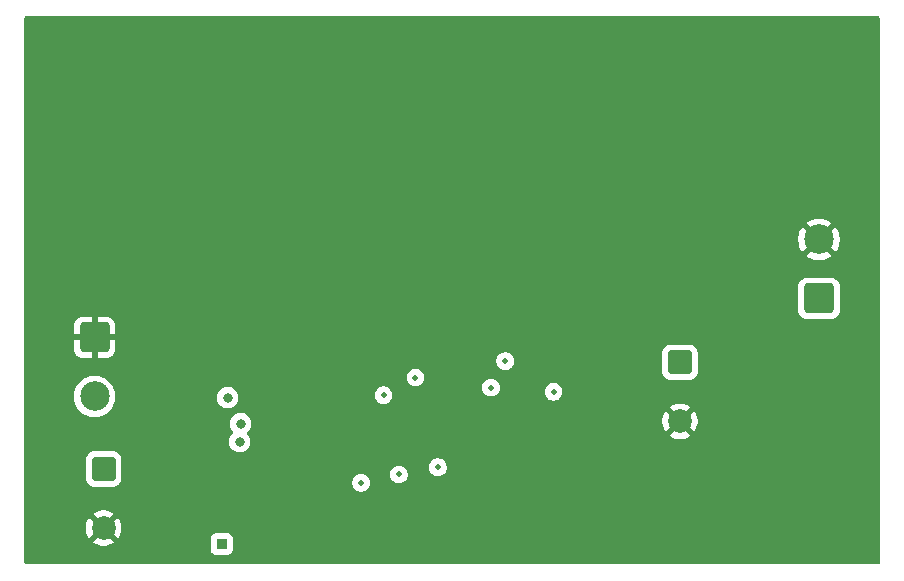
<source format=gbr>
%TF.GenerationSoftware,KiCad,Pcbnew,9.0.6*%
%TF.CreationDate,2026-02-11T18:38:51+01:00*%
%TF.ProjectId,Boost converter,426f6f73-7420-4636-9f6e-766572746572,B*%
%TF.SameCoordinates,Original*%
%TF.FileFunction,Copper,L3,Inr*%
%TF.FilePolarity,Positive*%
%FSLAX46Y46*%
G04 Gerber Fmt 4.6, Leading zero omitted, Abs format (unit mm)*
G04 Created by KiCad (PCBNEW 9.0.6) date 2026-02-11 18:38:51*
%MOMM*%
%LPD*%
G01*
G04 APERTURE LIST*
G04 Aperture macros list*
%AMRoundRect*
0 Rectangle with rounded corners*
0 $1 Rounding radius*
0 $2 $3 $4 $5 $6 $7 $8 $9 X,Y pos of 4 corners*
0 Add a 4 corners polygon primitive as box body*
4,1,4,$2,$3,$4,$5,$6,$7,$8,$9,$2,$3,0*
0 Add four circle primitives for the rounded corners*
1,1,$1+$1,$2,$3*
1,1,$1+$1,$4,$5*
1,1,$1+$1,$6,$7*
1,1,$1+$1,$8,$9*
0 Add four rect primitives between the rounded corners*
20,1,$1+$1,$2,$3,$4,$5,0*
20,1,$1+$1,$4,$5,$6,$7,0*
20,1,$1+$1,$6,$7,$8,$9,0*
20,1,$1+$1,$8,$9,$2,$3,0*%
G04 Aperture macros list end*
%TA.AperFunction,ComponentPad*%
%ADD10R,0.850000X0.850000*%
%TD*%
%TA.AperFunction,ComponentPad*%
%ADD11RoundRect,0.250000X1.000000X-1.000000X1.000000X1.000000X-1.000000X1.000000X-1.000000X-1.000000X0*%
%TD*%
%TA.AperFunction,ComponentPad*%
%ADD12C,2.500000*%
%TD*%
%TA.AperFunction,ComponentPad*%
%ADD13RoundRect,0.250000X-0.750000X0.750000X-0.750000X-0.750000X0.750000X-0.750000X0.750000X0.750000X0*%
%TD*%
%TA.AperFunction,ComponentPad*%
%ADD14C,2.000000*%
%TD*%
%TA.AperFunction,ComponentPad*%
%ADD15RoundRect,0.250000X-1.000000X1.000000X-1.000000X-1.000000X1.000000X-1.000000X1.000000X1.000000X0*%
%TD*%
%TA.AperFunction,ViaPad*%
%ADD16C,0.800000*%
%TD*%
%TA.AperFunction,ViaPad*%
%ADD17C,0.500000*%
%TD*%
G04 APERTURE END LIST*
D10*
%TO.N,Net-(J3-Pin_1)*%
%TO.C,J3*%
X157000000Y-155000000D03*
%TD*%
D11*
%TO.N,+36V*%
%TO.C,J2*%
X207567500Y-134200000D03*
D12*
%TO.N,GND*%
X207567500Y-129200000D03*
%TD*%
D13*
%TO.N,+36V*%
%TO.C,C10*%
X195800000Y-139600000D03*
D14*
%TO.N,GND*%
X195800000Y-144600000D03*
%TD*%
D13*
%TO.N,+18V*%
%TO.C,C12*%
X147000000Y-148632323D03*
D14*
%TO.N,GND*%
X147000000Y-153632323D03*
%TD*%
D15*
%TO.N,GND*%
%TO.C,J1*%
X146232500Y-137500000D03*
D12*
%TO.N,+18V*%
X146232500Y-142500000D03*
%TD*%
D16*
%TO.N,GND*%
X200000000Y-127000000D03*
X187500000Y-147500000D03*
X152500000Y-120000000D03*
X187500000Y-154500000D03*
X183000000Y-130000000D03*
X210000000Y-117500000D03*
X183000000Y-114000000D03*
X183000000Y-117000000D03*
X195500000Y-128000000D03*
X167500000Y-152500000D03*
X190000000Y-150000000D03*
X192500000Y-125000000D03*
X200000000Y-154500000D03*
X149000000Y-154500000D03*
X183000000Y-116000000D03*
X145000000Y-122500000D03*
X155500000Y-149000000D03*
X147500000Y-117500000D03*
X210000000Y-122500000D03*
X145000000Y-112500000D03*
X197800000Y-146400000D03*
X144500000Y-135000000D03*
X164500000Y-139000000D03*
X177500000Y-154500000D03*
X211000000Y-129500000D03*
X145000000Y-130000000D03*
X192500000Y-147500000D03*
X145000000Y-125000000D03*
X182500000Y-154500000D03*
X193800000Y-143600000D03*
X211000000Y-127500000D03*
X175000000Y-154500000D03*
X158500000Y-131500000D03*
X195000000Y-115000000D03*
X197500000Y-128000000D03*
X200500000Y-129000000D03*
X205000000Y-112500000D03*
X177500000Y-131500000D03*
X207500000Y-120000000D03*
X152500000Y-122500000D03*
X210000000Y-112500000D03*
X154500000Y-135500000D03*
X200000000Y-125000000D03*
X201500000Y-128000000D03*
X195500000Y-129000000D03*
X146500000Y-134000000D03*
X159500000Y-134500000D03*
X192500000Y-120000000D03*
X165000000Y-154500000D03*
X195000000Y-117500000D03*
X171000000Y-139000000D03*
X185000000Y-115000000D03*
X153500000Y-131000000D03*
X209500000Y-152500000D03*
X154500000Y-149000000D03*
X199500000Y-129000000D03*
X200000000Y-115000000D03*
X187500000Y-125000000D03*
X168000000Y-131500000D03*
X148500000Y-138000000D03*
X185000000Y-127000000D03*
X187500000Y-120000000D03*
X174750000Y-151750000D03*
X166500000Y-131500000D03*
X147500000Y-132500000D03*
X152500000Y-148000000D03*
X197800000Y-145400000D03*
X183000000Y-127000000D03*
X183000000Y-131000000D03*
X198800000Y-146400000D03*
X159500000Y-137500000D03*
X202500000Y-128000000D03*
X192800000Y-144600000D03*
X143500000Y-138500000D03*
X153500000Y-117000000D03*
X198800000Y-145400000D03*
X185000000Y-154500000D03*
X145500000Y-134000000D03*
X190000000Y-120000000D03*
X205000000Y-131000000D03*
X192500000Y-128000000D03*
X152500000Y-117500000D03*
X205000000Y-115000000D03*
X152500000Y-125000000D03*
X142500000Y-132500000D03*
X205000000Y-152500000D03*
X170000000Y-154500000D03*
X205000000Y-154500000D03*
X152500000Y-149000000D03*
X153500000Y-116000000D03*
X149000000Y-152500000D03*
X195000000Y-152500000D03*
X197500000Y-152500000D03*
X147500000Y-130000000D03*
X192500000Y-152500000D03*
X147500000Y-125000000D03*
X192800000Y-143600000D03*
X183000000Y-123000000D03*
X166500000Y-132500000D03*
X154500000Y-136500000D03*
X205000000Y-120000000D03*
X183000000Y-124000000D03*
X152500000Y-112500000D03*
X144500000Y-153500000D03*
X210000000Y-120000000D03*
X147500000Y-122500000D03*
X179000000Y-151000000D03*
X185000000Y-150000000D03*
X202500000Y-125000000D03*
X202500000Y-117500000D03*
X197500000Y-122500000D03*
X153500000Y-113000000D03*
X195000000Y-127000000D03*
X185000000Y-147500000D03*
X153500000Y-119000000D03*
X183000000Y-129000000D03*
X209500000Y-154500000D03*
X170000000Y-139000000D03*
X193800000Y-145600000D03*
X145500000Y-135000000D03*
X192500000Y-154500000D03*
X183000000Y-119000000D03*
X153500000Y-122000000D03*
X152500000Y-135500000D03*
X148500000Y-137000000D03*
X167800000Y-144200000D03*
X153500000Y-118000000D03*
X147500000Y-115000000D03*
X192500000Y-150000000D03*
X149000000Y-155500000D03*
X166500000Y-133500000D03*
X177500000Y-147250000D03*
X197500000Y-154500000D03*
X149500000Y-138000000D03*
X185000000Y-117500000D03*
X142500000Y-112500000D03*
X197500000Y-129000000D03*
X160000000Y-150500000D03*
X190000000Y-127000000D03*
X190000000Y-147500000D03*
X195000000Y-125000000D03*
X153500000Y-149000000D03*
X212000000Y-154500000D03*
X145000000Y-120000000D03*
X155000000Y-154500000D03*
X152500000Y-136500000D03*
X152500000Y-130000000D03*
X143500000Y-137500000D03*
X159500000Y-131500000D03*
X145000000Y-132500000D03*
X153500000Y-130000000D03*
X202500000Y-120000000D03*
X205000000Y-122500000D03*
X145000000Y-115000000D03*
X197500000Y-115000000D03*
X205000000Y-117500000D03*
X150000000Y-112500000D03*
X143500000Y-152500000D03*
X198500000Y-128000000D03*
X153500000Y-135500000D03*
X202500000Y-154500000D03*
X170000000Y-132500000D03*
X195000000Y-122500000D03*
X183000000Y-118000000D03*
X181000000Y-151000000D03*
X193800000Y-144600000D03*
X142500000Y-125000000D03*
X181500000Y-131500000D03*
X197500000Y-127000000D03*
X149500000Y-136000000D03*
X180500000Y-131500000D03*
X147500000Y-112500000D03*
X187500000Y-117500000D03*
X153500000Y-111000000D03*
X170000000Y-135500000D03*
X200000000Y-112500000D03*
X204000000Y-129000000D03*
X183000000Y-121000000D03*
X183000000Y-120000000D03*
X198500000Y-129000000D03*
X210000000Y-115000000D03*
X202500000Y-115000000D03*
X195000000Y-154500000D03*
X183000000Y-113000000D03*
X155000000Y-150500000D03*
X153500000Y-136500000D03*
X166500000Y-137500000D03*
X163500000Y-139000000D03*
X190000000Y-115000000D03*
X155500000Y-131500000D03*
X165800000Y-144200000D03*
X152500000Y-115000000D03*
X190000000Y-152500000D03*
X150000000Y-120000000D03*
X150000000Y-154500000D03*
X195000000Y-120000000D03*
X201500000Y-129000000D03*
X185000000Y-120000000D03*
X193500000Y-128000000D03*
X150000000Y-152500000D03*
X205000000Y-129000000D03*
X178000000Y-151000000D03*
X207500000Y-115000000D03*
X142500000Y-138500000D03*
X165000000Y-152500000D03*
X153500000Y-126000000D03*
X202500000Y-122500000D03*
X183000000Y-112000000D03*
X197500000Y-125000000D03*
X143500000Y-136500000D03*
X150000000Y-117500000D03*
X144500000Y-152500000D03*
X202500000Y-112500000D03*
X150000000Y-153500000D03*
X144500000Y-154500000D03*
X195000000Y-112500000D03*
X145000000Y-127500000D03*
X190000000Y-154500000D03*
X151500000Y-136500000D03*
X157500000Y-131500000D03*
X170000000Y-131500000D03*
X179000000Y-150000000D03*
X159500000Y-132500000D03*
X207500000Y-154500000D03*
X169000000Y-131500000D03*
X200500000Y-128000000D03*
X153500000Y-114000000D03*
X167800000Y-145200000D03*
X147500000Y-127500000D03*
X195000000Y-150000000D03*
X153500000Y-112000000D03*
X170000000Y-136500000D03*
X197500000Y-120000000D03*
X153500000Y-124000000D03*
X192500000Y-127000000D03*
X180000000Y-150000000D03*
X202500000Y-129000000D03*
X183000000Y-115000000D03*
X205000000Y-128000000D03*
X159500000Y-135500000D03*
X150000000Y-115000000D03*
X191500000Y-129000000D03*
X166800000Y-146200000D03*
X154500000Y-148000000D03*
X200000000Y-120000000D03*
X172500000Y-154500000D03*
X166800000Y-144700000D03*
X143500000Y-155500000D03*
X156500000Y-131500000D03*
X170000000Y-137500000D03*
X185000000Y-122500000D03*
X155500000Y-148000000D03*
X166500000Y-139000000D03*
X199500000Y-128000000D03*
X187500000Y-150000000D03*
X150000000Y-132500000D03*
X159500000Y-133500000D03*
X198800000Y-144400000D03*
X192500000Y-122500000D03*
X187500000Y-122500000D03*
X192500000Y-129000000D03*
X196500000Y-128000000D03*
X192800000Y-145600000D03*
X152500000Y-154500000D03*
X190000000Y-122500000D03*
X157500000Y-150500000D03*
X191500000Y-128000000D03*
X144500000Y-155500000D03*
X207500000Y-122500000D03*
X144500000Y-134000000D03*
X167500000Y-154500000D03*
X192500000Y-115000000D03*
X165500000Y-139000000D03*
X153500000Y-123000000D03*
X142500000Y-137500000D03*
X207500000Y-152500000D03*
X187500000Y-127000000D03*
X153500000Y-128000000D03*
X151500000Y-135500000D03*
X211000000Y-128500000D03*
X142500000Y-136500000D03*
X183000000Y-122000000D03*
X211000000Y-130500000D03*
X166500000Y-134500000D03*
X187500000Y-115000000D03*
X192500000Y-112500000D03*
X147500000Y-135000000D03*
X153500000Y-148000000D03*
X153500000Y-115000000D03*
X187500000Y-152500000D03*
X194500000Y-128000000D03*
X172000000Y-139000000D03*
X150000000Y-130000000D03*
X149000000Y-153500000D03*
X183000000Y-111000000D03*
X183000000Y-128000000D03*
X142500000Y-130000000D03*
X146500000Y-135000000D03*
X150000000Y-127500000D03*
X152500000Y-150500000D03*
X198800000Y-143400000D03*
X154100000Y-144075000D03*
X157500000Y-152500000D03*
X192500000Y-117500000D03*
X204000000Y-130000000D03*
X173000000Y-139000000D03*
X142500000Y-117500000D03*
X200000000Y-117500000D03*
X192800000Y-146600000D03*
X204000000Y-131000000D03*
X145000000Y-117500000D03*
X190000000Y-112500000D03*
X143500000Y-153500000D03*
X180000000Y-151000000D03*
X210000000Y-128500000D03*
X205000000Y-130000000D03*
X170000000Y-134500000D03*
X197500000Y-150000000D03*
X150000000Y-122500000D03*
X142500000Y-122500000D03*
X150000000Y-125000000D03*
X142500000Y-127500000D03*
X153500000Y-121000000D03*
X193800000Y-146600000D03*
X152500000Y-127500000D03*
X180000000Y-154500000D03*
X190000000Y-125000000D03*
X153500000Y-127000000D03*
X185000000Y-152500000D03*
X185000000Y-125000000D03*
X210000000Y-127500000D03*
X204000000Y-128000000D03*
X207500000Y-117500000D03*
X165800000Y-145200000D03*
X166500000Y-136500000D03*
X142500000Y-115000000D03*
X143500000Y-139500000D03*
X166800000Y-143200000D03*
X147500000Y-120000000D03*
X155000000Y-152500000D03*
X200000000Y-152500000D03*
X153500000Y-120000000D03*
X202500000Y-152500000D03*
X196500000Y-129000000D03*
X153500000Y-125000000D03*
X148500000Y-136000000D03*
X154500000Y-131500000D03*
X153500000Y-129000000D03*
X193500000Y-129000000D03*
X152500000Y-132500000D03*
X149500000Y-137000000D03*
X142500000Y-139500000D03*
X190000000Y-117500000D03*
X178000000Y-150000000D03*
X194500000Y-129000000D03*
X187500000Y-112500000D03*
X150000000Y-155500000D03*
X166500000Y-135500000D03*
X185000000Y-112500000D03*
X142500000Y-120000000D03*
X210000000Y-130500000D03*
X152500000Y-152500000D03*
X183000000Y-126000000D03*
X159500000Y-136500000D03*
X143500000Y-154500000D03*
X207500000Y-112500000D03*
X207500000Y-125000000D03*
X170000000Y-133500000D03*
X147500000Y-134000000D03*
X197500000Y-112500000D03*
X212000000Y-152500000D03*
X197800000Y-143400000D03*
X200000000Y-122500000D03*
X200000000Y-150000000D03*
X197500000Y-117500000D03*
X205000000Y-125000000D03*
X179500000Y-131500000D03*
X183000000Y-125000000D03*
X178500000Y-131500000D03*
X197800000Y-144400000D03*
X181000000Y-150000000D03*
X210000000Y-129500000D03*
D17*
%TO.N,/HO*%
X170700000Y-142400002D03*
X181000000Y-139500000D03*
D16*
%TO.N,+18V*%
X157500000Y-142600000D03*
%TO.N,/VIN*%
X158515431Y-146325000D03*
X158600000Y-144800000D03*
D17*
%TO.N,/BST*%
X179800000Y-141750002D03*
X173400000Y-140900000D03*
%TO.N,FB*%
X185100000Y-142100000D03*
X168800000Y-149800000D03*
X175300000Y-148500000D03*
X172000000Y-149100000D03*
%TD*%
%TA.AperFunction,Conductor*%
%TO.N,GND*%
G36*
X212642539Y-110320185D02*
G01*
X212688294Y-110372989D01*
X212699500Y-110424500D01*
X212699500Y-156575500D01*
X212679815Y-156642539D01*
X212627011Y-156688294D01*
X212575500Y-156699500D01*
X140424500Y-156699500D01*
X140357461Y-156679815D01*
X140311706Y-156627011D01*
X140300500Y-156575500D01*
X140300500Y-153514270D01*
X145500000Y-153514270D01*
X145500000Y-153750375D01*
X145536934Y-153983570D01*
X145609897Y-154208125D01*
X145717087Y-154418497D01*
X145777338Y-154501427D01*
X145777340Y-154501428D01*
X146517037Y-153761731D01*
X146534075Y-153825316D01*
X146599901Y-153939330D01*
X146692993Y-154032422D01*
X146807007Y-154098248D01*
X146870590Y-154115285D01*
X146130893Y-154854981D01*
X146213828Y-154915237D01*
X146424197Y-155022425D01*
X146648752Y-155095388D01*
X146648751Y-155095388D01*
X146881948Y-155132323D01*
X147118052Y-155132323D01*
X147351247Y-155095388D01*
X147575802Y-155022425D01*
X147786163Y-154915241D01*
X147786169Y-154915237D01*
X147869104Y-154854981D01*
X147869105Y-154854981D01*
X147541259Y-154527135D01*
X156074500Y-154527135D01*
X156074500Y-155472870D01*
X156074501Y-155472876D01*
X156080908Y-155532483D01*
X156131202Y-155667328D01*
X156131206Y-155667335D01*
X156217452Y-155782544D01*
X156217455Y-155782547D01*
X156332664Y-155868793D01*
X156332671Y-155868797D01*
X156467517Y-155919091D01*
X156467516Y-155919091D01*
X156474444Y-155919835D01*
X156527127Y-155925500D01*
X157472872Y-155925499D01*
X157532483Y-155919091D01*
X157667331Y-155868796D01*
X157782546Y-155782546D01*
X157868796Y-155667331D01*
X157919091Y-155532483D01*
X157925500Y-155472873D01*
X157925499Y-154527128D01*
X157919091Y-154467517D01*
X157868796Y-154332669D01*
X157868795Y-154332668D01*
X157868793Y-154332664D01*
X157782547Y-154217455D01*
X157782544Y-154217452D01*
X157667335Y-154131206D01*
X157667328Y-154131202D01*
X157532482Y-154080908D01*
X157532483Y-154080908D01*
X157472883Y-154074501D01*
X157472881Y-154074500D01*
X157472873Y-154074500D01*
X157472864Y-154074500D01*
X156527129Y-154074500D01*
X156527123Y-154074501D01*
X156467516Y-154080908D01*
X156332671Y-154131202D01*
X156332664Y-154131206D01*
X156217455Y-154217452D01*
X156217452Y-154217455D01*
X156131206Y-154332664D01*
X156131202Y-154332671D01*
X156080908Y-154467517D01*
X156077263Y-154501427D01*
X156074501Y-154527123D01*
X156074500Y-154527135D01*
X147541259Y-154527135D01*
X147129408Y-154115285D01*
X147192993Y-154098248D01*
X147307007Y-154032422D01*
X147400099Y-153939330D01*
X147465925Y-153825316D01*
X147482962Y-153761732D01*
X148222658Y-154501428D01*
X148222658Y-154501427D01*
X148259355Y-154450920D01*
X148282914Y-154418492D01*
X148282918Y-154418486D01*
X148390102Y-154208125D01*
X148463065Y-153983570D01*
X148500000Y-153750375D01*
X148500000Y-153514270D01*
X148463065Y-153281075D01*
X148390102Y-153056520D01*
X148282914Y-152846151D01*
X148222658Y-152763217D01*
X148222658Y-152763216D01*
X147482962Y-153502913D01*
X147465925Y-153439330D01*
X147400099Y-153325316D01*
X147307007Y-153232224D01*
X147192993Y-153166398D01*
X147129409Y-153149360D01*
X147869105Y-152409663D01*
X147869104Y-152409661D01*
X147786174Y-152349410D01*
X147575802Y-152242220D01*
X147351247Y-152169257D01*
X147351248Y-152169257D01*
X147118052Y-152132323D01*
X146881948Y-152132323D01*
X146648752Y-152169257D01*
X146424197Y-152242220D01*
X146213830Y-152349407D01*
X146130894Y-152409663D01*
X146870591Y-153149360D01*
X146807007Y-153166398D01*
X146692993Y-153232224D01*
X146599901Y-153325316D01*
X146534075Y-153439330D01*
X146517037Y-153502914D01*
X145777340Y-152763217D01*
X145717084Y-152846153D01*
X145609897Y-153056520D01*
X145536934Y-153281075D01*
X145500000Y-153514270D01*
X140300500Y-153514270D01*
X140300500Y-147832306D01*
X145499500Y-147832306D01*
X145499500Y-149432324D01*
X145499501Y-149432341D01*
X145510000Y-149535119D01*
X145510001Y-149535122D01*
X145565185Y-149701654D01*
X145565187Y-149701659D01*
X145580251Y-149726082D01*
X145657288Y-149850979D01*
X145781344Y-149975035D01*
X145930666Y-150067137D01*
X146097203Y-150122322D01*
X146199991Y-150132823D01*
X147800008Y-150132822D01*
X147902797Y-150122322D01*
X148069334Y-150067137D01*
X148218656Y-149975035D01*
X148319771Y-149873920D01*
X168049499Y-149873920D01*
X168078340Y-150018907D01*
X168078343Y-150018917D01*
X168134912Y-150155488D01*
X168134919Y-150155501D01*
X168217048Y-150278415D01*
X168217051Y-150278419D01*
X168321580Y-150382948D01*
X168321584Y-150382951D01*
X168444498Y-150465080D01*
X168444511Y-150465087D01*
X168581082Y-150521656D01*
X168581087Y-150521658D01*
X168581091Y-150521658D01*
X168581092Y-150521659D01*
X168726079Y-150550500D01*
X168726082Y-150550500D01*
X168873920Y-150550500D01*
X168971462Y-150531096D01*
X169018913Y-150521658D01*
X169155495Y-150465084D01*
X169278416Y-150382951D01*
X169382951Y-150278416D01*
X169465084Y-150155495D01*
X169521658Y-150018913D01*
X169550500Y-149873918D01*
X169550500Y-149726082D01*
X169550500Y-149726079D01*
X169521659Y-149581092D01*
X169521658Y-149581091D01*
X169521658Y-149581087D01*
X169502618Y-149535120D01*
X169465087Y-149444511D01*
X169465080Y-149444498D01*
X169382951Y-149321584D01*
X169382948Y-149321580D01*
X169278419Y-149217051D01*
X169278415Y-149217048D01*
X169213870Y-149173920D01*
X171249499Y-149173920D01*
X171278340Y-149318907D01*
X171278343Y-149318917D01*
X171334912Y-149455488D01*
X171334919Y-149455501D01*
X171417048Y-149578415D01*
X171417051Y-149578419D01*
X171521580Y-149682948D01*
X171521584Y-149682951D01*
X171644498Y-149765080D01*
X171644511Y-149765087D01*
X171781082Y-149821656D01*
X171781087Y-149821658D01*
X171781091Y-149821658D01*
X171781092Y-149821659D01*
X171926079Y-149850500D01*
X171926082Y-149850500D01*
X172073920Y-149850500D01*
X172171462Y-149831096D01*
X172218913Y-149821658D01*
X172355495Y-149765084D01*
X172478416Y-149682951D01*
X172582951Y-149578416D01*
X172665084Y-149455495D01*
X172721658Y-149318913D01*
X172735267Y-149250500D01*
X172750500Y-149173920D01*
X172750500Y-149026079D01*
X172721659Y-148881092D01*
X172721658Y-148881091D01*
X172721658Y-148881087D01*
X172711060Y-148855501D01*
X172665087Y-148744511D01*
X172665080Y-148744498D01*
X172582951Y-148621584D01*
X172582948Y-148621580D01*
X172535288Y-148573920D01*
X174549499Y-148573920D01*
X174578340Y-148718907D01*
X174578343Y-148718917D01*
X174634912Y-148855488D01*
X174634919Y-148855501D01*
X174717048Y-148978415D01*
X174717051Y-148978419D01*
X174821580Y-149082948D01*
X174821584Y-149082951D01*
X174944498Y-149165080D01*
X174944511Y-149165087D01*
X175081082Y-149221656D01*
X175081087Y-149221658D01*
X175081091Y-149221658D01*
X175081092Y-149221659D01*
X175226079Y-149250500D01*
X175226082Y-149250500D01*
X175373920Y-149250500D01*
X175471462Y-149231096D01*
X175518913Y-149221658D01*
X175655495Y-149165084D01*
X175778416Y-149082951D01*
X175882951Y-148978416D01*
X175965084Y-148855495D01*
X176021658Y-148718913D01*
X176031096Y-148671462D01*
X176050500Y-148573920D01*
X176050500Y-148426079D01*
X176021659Y-148281092D01*
X176021658Y-148281091D01*
X176021658Y-148281087D01*
X176021656Y-148281082D01*
X175965087Y-148144511D01*
X175965080Y-148144498D01*
X175882951Y-148021584D01*
X175882948Y-148021580D01*
X175778419Y-147917051D01*
X175778415Y-147917048D01*
X175655501Y-147834919D01*
X175655488Y-147834912D01*
X175518917Y-147778343D01*
X175518907Y-147778340D01*
X175373920Y-147749500D01*
X175373918Y-147749500D01*
X175226082Y-147749500D01*
X175226080Y-147749500D01*
X175081092Y-147778340D01*
X175081082Y-147778343D01*
X174944511Y-147834912D01*
X174944498Y-147834919D01*
X174821584Y-147917048D01*
X174821580Y-147917051D01*
X174717051Y-148021580D01*
X174717048Y-148021584D01*
X174634919Y-148144498D01*
X174634912Y-148144511D01*
X174578343Y-148281082D01*
X174578340Y-148281092D01*
X174549500Y-148426079D01*
X174549500Y-148426082D01*
X174549500Y-148573918D01*
X174549500Y-148573920D01*
X174549499Y-148573920D01*
X172535288Y-148573920D01*
X172478418Y-148517050D01*
X172355501Y-148434919D01*
X172355488Y-148434912D01*
X172218917Y-148378343D01*
X172218907Y-148378340D01*
X172073920Y-148349500D01*
X172073918Y-148349500D01*
X171926082Y-148349500D01*
X171926080Y-148349500D01*
X171781092Y-148378340D01*
X171781082Y-148378343D01*
X171644511Y-148434912D01*
X171644498Y-148434919D01*
X171521584Y-148517048D01*
X171521580Y-148517051D01*
X171417051Y-148621580D01*
X171417048Y-148621584D01*
X171334919Y-148744498D01*
X171334912Y-148744511D01*
X171278343Y-148881082D01*
X171278340Y-148881092D01*
X171249500Y-149026079D01*
X171249500Y-149026082D01*
X171249500Y-149173918D01*
X171249500Y-149173920D01*
X171249499Y-149173920D01*
X169213870Y-149173920D01*
X169155501Y-149134919D01*
X169155494Y-149134915D01*
X169154616Y-149134552D01*
X169154614Y-149134550D01*
X169018917Y-149078343D01*
X169018907Y-149078340D01*
X168873920Y-149049500D01*
X168873918Y-149049500D01*
X168726082Y-149049500D01*
X168726080Y-149049500D01*
X168581092Y-149078340D01*
X168581082Y-149078343D01*
X168444511Y-149134912D01*
X168444498Y-149134919D01*
X168321584Y-149217048D01*
X168321580Y-149217051D01*
X168217051Y-149321580D01*
X168217048Y-149321584D01*
X168134919Y-149444498D01*
X168134912Y-149444511D01*
X168078343Y-149581082D01*
X168078340Y-149581092D01*
X168049500Y-149726079D01*
X168049500Y-149726082D01*
X168049500Y-149873918D01*
X168049500Y-149873920D01*
X168049499Y-149873920D01*
X148319771Y-149873920D01*
X148342712Y-149850979D01*
X148434814Y-149701657D01*
X148489999Y-149535120D01*
X148500500Y-149432332D01*
X148500499Y-147832315D01*
X148489999Y-147729526D01*
X148434814Y-147562989D01*
X148342712Y-147413667D01*
X148218656Y-147289611D01*
X148069334Y-147197509D01*
X147902797Y-147142324D01*
X147902795Y-147142323D01*
X147800010Y-147131823D01*
X146199998Y-147131823D01*
X146199981Y-147131824D01*
X146097203Y-147142323D01*
X146097200Y-147142324D01*
X145930668Y-147197508D01*
X145930663Y-147197510D01*
X145781342Y-147289612D01*
X145657289Y-147413665D01*
X145565187Y-147562986D01*
X145565186Y-147562989D01*
X145510001Y-147729526D01*
X145510001Y-147729527D01*
X145510000Y-147729527D01*
X145499500Y-147832306D01*
X140300500Y-147832306D01*
X140300500Y-146236304D01*
X157614931Y-146236304D01*
X157614931Y-146413695D01*
X157649534Y-146587658D01*
X157649537Y-146587667D01*
X157717414Y-146751540D01*
X157717421Y-146751553D01*
X157815966Y-146899034D01*
X157815969Y-146899038D01*
X157941392Y-147024461D01*
X157941396Y-147024464D01*
X158088877Y-147123009D01*
X158088890Y-147123016D01*
X158135505Y-147142324D01*
X158252765Y-147190894D01*
X158252767Y-147190894D01*
X158252772Y-147190896D01*
X158426735Y-147225499D01*
X158426738Y-147225500D01*
X158426740Y-147225500D01*
X158604124Y-147225500D01*
X158604125Y-147225499D01*
X158662113Y-147213964D01*
X158778089Y-147190896D01*
X158778092Y-147190894D01*
X158778097Y-147190894D01*
X158941978Y-147123013D01*
X159089466Y-147024464D01*
X159214895Y-146899035D01*
X159313444Y-146751547D01*
X159381325Y-146587666D01*
X159415931Y-146413691D01*
X159415931Y-146236309D01*
X159415931Y-146236306D01*
X159415930Y-146236304D01*
X159381327Y-146062341D01*
X159381324Y-146062332D01*
X159313447Y-145898459D01*
X159313440Y-145898446D01*
X159280225Y-145848737D01*
X159280222Y-145848734D01*
X159214895Y-145750965D01*
X159149772Y-145685842D01*
X159145498Y-145680505D01*
X159134717Y-145654253D01*
X159121120Y-145629351D01*
X159121620Y-145622358D01*
X159118957Y-145615873D01*
X159124079Y-145587967D01*
X159126104Y-145559659D01*
X159130306Y-145554045D01*
X159131572Y-145547151D01*
X159150971Y-145526441D01*
X159167976Y-145503726D01*
X159173391Y-145499894D01*
X159174035Y-145499464D01*
X159299464Y-145374035D01*
X159398013Y-145226547D01*
X159465894Y-145062666D01*
X159478340Y-145000099D01*
X159500499Y-144888695D01*
X159500500Y-144888693D01*
X159500500Y-144711306D01*
X159500499Y-144711304D01*
X159465896Y-144537341D01*
X159465894Y-144537336D01*
X159465894Y-144537334D01*
X159442952Y-144481947D01*
X194300000Y-144481947D01*
X194300000Y-144718052D01*
X194336934Y-144951247D01*
X194409897Y-145175802D01*
X194517087Y-145386174D01*
X194577338Y-145469104D01*
X194577340Y-145469105D01*
X195317037Y-144729408D01*
X195334075Y-144792993D01*
X195399901Y-144907007D01*
X195492993Y-145000099D01*
X195607007Y-145065925D01*
X195670590Y-145082962D01*
X194930893Y-145822658D01*
X195013828Y-145882914D01*
X195224197Y-145990102D01*
X195448752Y-146063065D01*
X195448751Y-146063065D01*
X195681948Y-146100000D01*
X195918052Y-146100000D01*
X196151247Y-146063065D01*
X196375802Y-145990102D01*
X196586163Y-145882918D01*
X196586169Y-145882914D01*
X196669104Y-145822658D01*
X196669105Y-145822658D01*
X195929408Y-145082962D01*
X195992993Y-145065925D01*
X196107007Y-145000099D01*
X196200099Y-144907007D01*
X196265925Y-144792993D01*
X196282962Y-144729408D01*
X197022658Y-145469105D01*
X197022658Y-145469104D01*
X197082914Y-145386169D01*
X197082918Y-145386163D01*
X197190102Y-145175802D01*
X197263065Y-144951247D01*
X197300000Y-144718052D01*
X197300000Y-144481947D01*
X197263065Y-144248752D01*
X197190102Y-144024197D01*
X197082914Y-143813828D01*
X197022658Y-143730894D01*
X197022658Y-143730893D01*
X196282962Y-144470590D01*
X196265925Y-144407007D01*
X196200099Y-144292993D01*
X196107007Y-144199901D01*
X195992993Y-144134075D01*
X195929409Y-144117037D01*
X196669105Y-143377340D01*
X196669104Y-143377338D01*
X196586174Y-143317087D01*
X196375802Y-143209897D01*
X196151247Y-143136934D01*
X196151248Y-143136934D01*
X195918052Y-143100000D01*
X195681948Y-143100000D01*
X195448752Y-143136934D01*
X195224197Y-143209897D01*
X195013830Y-143317084D01*
X194930894Y-143377340D01*
X195670591Y-144117037D01*
X195607007Y-144134075D01*
X195492993Y-144199901D01*
X195399901Y-144292993D01*
X195334075Y-144407007D01*
X195317037Y-144470590D01*
X194577340Y-143730894D01*
X194517084Y-143813830D01*
X194409897Y-144024197D01*
X194336934Y-144248752D01*
X194300000Y-144481947D01*
X159442952Y-144481947D01*
X159431442Y-144454160D01*
X159398016Y-144373458D01*
X159398009Y-144373446D01*
X159299464Y-144225965D01*
X159299461Y-144225961D01*
X159174038Y-144100538D01*
X159174034Y-144100535D01*
X159026553Y-144001990D01*
X159026540Y-144001983D01*
X158862667Y-143934106D01*
X158862658Y-143934103D01*
X158688694Y-143899500D01*
X158688691Y-143899500D01*
X158511309Y-143899500D01*
X158511306Y-143899500D01*
X158337341Y-143934103D01*
X158337332Y-143934106D01*
X158173459Y-144001983D01*
X158173446Y-144001990D01*
X158025965Y-144100535D01*
X158025961Y-144100538D01*
X157900538Y-144225961D01*
X157900535Y-144225965D01*
X157801990Y-144373446D01*
X157801983Y-144373459D01*
X157734106Y-144537332D01*
X157734103Y-144537341D01*
X157699500Y-144711304D01*
X157699500Y-144888695D01*
X157734103Y-145062658D01*
X157734106Y-145062667D01*
X157801983Y-145226540D01*
X157801990Y-145226553D01*
X157900535Y-145374034D01*
X157900538Y-145374038D01*
X157960825Y-145434325D01*
X157994310Y-145495648D01*
X157989326Y-145565340D01*
X157947454Y-145621273D01*
X157942056Y-145625094D01*
X157941402Y-145625530D01*
X157941389Y-145625542D01*
X157815969Y-145750961D01*
X157815966Y-145750965D01*
X157717421Y-145898446D01*
X157717414Y-145898459D01*
X157649537Y-146062332D01*
X157649534Y-146062341D01*
X157614931Y-146236304D01*
X140300500Y-146236304D01*
X140300500Y-142385258D01*
X144482000Y-142385258D01*
X144482000Y-142614741D01*
X144491737Y-142688695D01*
X144511952Y-142842238D01*
X144571342Y-143063887D01*
X144659150Y-143275876D01*
X144659157Y-143275890D01*
X144773892Y-143474617D01*
X144913581Y-143656661D01*
X144913589Y-143656670D01*
X145075830Y-143818911D01*
X145075838Y-143818918D01*
X145257882Y-143958607D01*
X145257885Y-143958608D01*
X145257888Y-143958611D01*
X145456612Y-144073344D01*
X145456617Y-144073346D01*
X145456623Y-144073349D01*
X145522259Y-144100536D01*
X145668613Y-144161158D01*
X145890262Y-144220548D01*
X146117766Y-144250500D01*
X146117773Y-144250500D01*
X146347227Y-144250500D01*
X146347234Y-144250500D01*
X146574738Y-144220548D01*
X146796387Y-144161158D01*
X147008388Y-144073344D01*
X147207112Y-143958611D01*
X147389161Y-143818919D01*
X147389165Y-143818914D01*
X147389170Y-143818911D01*
X147551411Y-143656670D01*
X147551414Y-143656665D01*
X147551419Y-143656661D01*
X147691111Y-143474612D01*
X147805844Y-143275888D01*
X147893658Y-143063887D01*
X147953048Y-142842238D01*
X147983000Y-142614734D01*
X147983000Y-142511304D01*
X156599500Y-142511304D01*
X156599500Y-142688695D01*
X156634103Y-142862658D01*
X156634106Y-142862667D01*
X156701983Y-143026540D01*
X156701990Y-143026553D01*
X156800535Y-143174034D01*
X156800538Y-143174038D01*
X156925961Y-143299461D01*
X156925965Y-143299464D01*
X157073446Y-143398009D01*
X157073459Y-143398016D01*
X157196363Y-143448923D01*
X157237334Y-143465894D01*
X157237336Y-143465894D01*
X157237341Y-143465896D01*
X157411304Y-143500499D01*
X157411307Y-143500500D01*
X157411309Y-143500500D01*
X157588693Y-143500500D01*
X157588694Y-143500499D01*
X157646682Y-143488964D01*
X157762658Y-143465896D01*
X157762661Y-143465894D01*
X157762666Y-143465894D01*
X157926547Y-143398013D01*
X158047661Y-143317087D01*
X158051917Y-143314242D01*
X158074035Y-143299464D01*
X158199464Y-143174035D01*
X158298013Y-143026547D01*
X158365894Y-142862666D01*
X158369958Y-142842238D01*
X158400499Y-142688695D01*
X158400500Y-142688693D01*
X158400500Y-142511306D01*
X158400499Y-142511304D01*
X158393063Y-142473922D01*
X169949499Y-142473922D01*
X169978340Y-142618909D01*
X169978343Y-142618919D01*
X170034912Y-142755490D01*
X170034919Y-142755503D01*
X170117048Y-142878417D01*
X170117051Y-142878421D01*
X170221580Y-142982950D01*
X170221584Y-142982953D01*
X170344498Y-143065082D01*
X170344511Y-143065089D01*
X170481082Y-143121658D01*
X170481087Y-143121660D01*
X170481091Y-143121660D01*
X170481092Y-143121661D01*
X170626079Y-143150502D01*
X170626082Y-143150502D01*
X170773920Y-143150502D01*
X170871462Y-143131098D01*
X170918913Y-143121660D01*
X171055495Y-143065086D01*
X171178416Y-142982953D01*
X171282951Y-142878418D01*
X171365084Y-142755497D01*
X171421658Y-142618915D01*
X171443063Y-142511309D01*
X171450500Y-142473922D01*
X171450500Y-142326081D01*
X171421659Y-142181094D01*
X171421658Y-142181093D01*
X171421658Y-142181089D01*
X171411996Y-142157762D01*
X171365087Y-142044513D01*
X171365080Y-142044500D01*
X171282951Y-141921586D01*
X171282948Y-141921582D01*
X171185288Y-141823922D01*
X179049499Y-141823922D01*
X179078340Y-141968909D01*
X179078343Y-141968919D01*
X179134912Y-142105490D01*
X179134919Y-142105503D01*
X179217048Y-142228417D01*
X179217051Y-142228421D01*
X179321580Y-142332950D01*
X179321584Y-142332953D01*
X179444498Y-142415082D01*
X179444511Y-142415089D01*
X179581082Y-142471658D01*
X179581087Y-142471660D01*
X179581091Y-142471660D01*
X179581092Y-142471661D01*
X179726079Y-142500502D01*
X179726082Y-142500502D01*
X179873920Y-142500502D01*
X180007551Y-142473920D01*
X180018913Y-142471660D01*
X180155495Y-142415086D01*
X180278416Y-142332953D01*
X180382951Y-142228418D01*
X180419365Y-142173920D01*
X184349499Y-142173920D01*
X184378340Y-142318907D01*
X184378343Y-142318917D01*
X184434912Y-142455488D01*
X184434919Y-142455501D01*
X184517048Y-142578415D01*
X184517051Y-142578419D01*
X184621580Y-142682948D01*
X184621584Y-142682951D01*
X184744498Y-142765080D01*
X184744511Y-142765087D01*
X184881082Y-142821656D01*
X184881087Y-142821658D01*
X184881091Y-142821658D01*
X184881092Y-142821659D01*
X185026079Y-142850500D01*
X185026082Y-142850500D01*
X185173920Y-142850500D01*
X185271462Y-142831096D01*
X185318913Y-142821658D01*
X185455495Y-142765084D01*
X185578416Y-142682951D01*
X185682951Y-142578416D01*
X185765084Y-142455495D01*
X185821658Y-142318913D01*
X185831096Y-142271462D01*
X185850500Y-142173920D01*
X185850500Y-142026079D01*
X185821659Y-141881092D01*
X185821658Y-141881091D01*
X185821658Y-141881087D01*
X185797979Y-141823920D01*
X185765087Y-141744511D01*
X185765080Y-141744498D01*
X185682951Y-141621584D01*
X185682948Y-141621580D01*
X185578419Y-141517051D01*
X185578415Y-141517048D01*
X185455501Y-141434919D01*
X185455488Y-141434912D01*
X185318917Y-141378343D01*
X185318907Y-141378340D01*
X185173920Y-141349500D01*
X185173918Y-141349500D01*
X185026082Y-141349500D01*
X185026080Y-141349500D01*
X184881092Y-141378340D01*
X184881082Y-141378343D01*
X184744511Y-141434912D01*
X184744498Y-141434919D01*
X184621584Y-141517048D01*
X184621580Y-141517051D01*
X184517051Y-141621580D01*
X184517048Y-141621584D01*
X184434919Y-141744498D01*
X184434912Y-141744511D01*
X184378343Y-141881082D01*
X184378340Y-141881092D01*
X184349500Y-142026079D01*
X184349500Y-142026082D01*
X184349500Y-142173918D01*
X184349500Y-142173920D01*
X184349499Y-142173920D01*
X180419365Y-142173920D01*
X180465084Y-142105497D01*
X180521658Y-141968915D01*
X180539129Y-141881087D01*
X180550500Y-141823922D01*
X180550500Y-141676081D01*
X180521659Y-141531094D01*
X180521658Y-141531093D01*
X180521658Y-141531089D01*
X180515843Y-141517051D01*
X180465087Y-141394513D01*
X180465080Y-141394500D01*
X180382951Y-141271586D01*
X180382948Y-141271582D01*
X180278419Y-141167053D01*
X180278415Y-141167050D01*
X180155501Y-141084921D01*
X180155488Y-141084914D01*
X180018917Y-141028345D01*
X180018907Y-141028342D01*
X179873920Y-140999502D01*
X179873918Y-140999502D01*
X179726082Y-140999502D01*
X179726080Y-140999502D01*
X179581092Y-141028342D01*
X179581082Y-141028345D01*
X179444511Y-141084914D01*
X179444498Y-141084921D01*
X179321584Y-141167050D01*
X179321580Y-141167053D01*
X179217051Y-141271582D01*
X179217048Y-141271586D01*
X179134919Y-141394500D01*
X179134912Y-141394513D01*
X179078343Y-141531084D01*
X179078340Y-141531094D01*
X179049500Y-141676081D01*
X179049500Y-141676084D01*
X179049500Y-141823920D01*
X179049500Y-141823922D01*
X179049499Y-141823922D01*
X171185288Y-141823922D01*
X171178419Y-141817053D01*
X171178415Y-141817050D01*
X171055501Y-141734921D01*
X171055488Y-141734914D01*
X170918917Y-141678345D01*
X170918907Y-141678342D01*
X170773920Y-141649502D01*
X170773918Y-141649502D01*
X170626082Y-141649502D01*
X170626080Y-141649502D01*
X170481092Y-141678342D01*
X170481082Y-141678345D01*
X170344511Y-141734914D01*
X170344498Y-141734921D01*
X170221584Y-141817050D01*
X170221580Y-141817053D01*
X170117051Y-141921582D01*
X170117048Y-141921586D01*
X170034919Y-142044500D01*
X170034912Y-142044513D01*
X169978343Y-142181084D01*
X169978340Y-142181094D01*
X169949500Y-142326081D01*
X169949500Y-142326084D01*
X169949500Y-142473920D01*
X169949500Y-142473922D01*
X169949499Y-142473922D01*
X158393063Y-142473922D01*
X158367257Y-142344183D01*
X158365895Y-142337338D01*
X158365893Y-142337332D01*
X158358265Y-142318917D01*
X158348923Y-142296363D01*
X158298016Y-142173459D01*
X158298009Y-142173446D01*
X158199464Y-142025965D01*
X158199461Y-142025961D01*
X158074038Y-141900538D01*
X158074034Y-141900535D01*
X157926553Y-141801990D01*
X157926540Y-141801983D01*
X157762667Y-141734106D01*
X157762658Y-141734103D01*
X157588694Y-141699500D01*
X157588691Y-141699500D01*
X157411309Y-141699500D01*
X157411306Y-141699500D01*
X157237341Y-141734103D01*
X157237332Y-141734106D01*
X157073459Y-141801983D01*
X157073446Y-141801990D01*
X156925965Y-141900535D01*
X156925961Y-141900538D01*
X156800538Y-142025961D01*
X156800535Y-142025965D01*
X156701990Y-142173446D01*
X156701983Y-142173459D01*
X156634106Y-142337332D01*
X156634103Y-142337341D01*
X156599500Y-142511304D01*
X147983000Y-142511304D01*
X147983000Y-142385266D01*
X147953048Y-142157762D01*
X147893658Y-141936113D01*
X147814291Y-141744505D01*
X147805849Y-141724123D01*
X147805846Y-141724117D01*
X147805844Y-141724112D01*
X147691111Y-141525388D01*
X147691108Y-141525385D01*
X147691107Y-141525382D01*
X147578276Y-141378340D01*
X147551419Y-141343339D01*
X147551418Y-141343338D01*
X147551411Y-141343330D01*
X147389170Y-141181089D01*
X147389161Y-141181081D01*
X147207117Y-141041392D01*
X147090252Y-140973920D01*
X172649499Y-140973920D01*
X172678340Y-141118907D01*
X172678343Y-141118917D01*
X172734912Y-141255488D01*
X172734919Y-141255501D01*
X172817048Y-141378415D01*
X172817051Y-141378419D01*
X172921580Y-141482948D01*
X172921584Y-141482951D01*
X173044498Y-141565080D01*
X173044511Y-141565087D01*
X173180899Y-141621580D01*
X173181087Y-141621658D01*
X173181091Y-141621658D01*
X173181092Y-141621659D01*
X173326079Y-141650500D01*
X173326082Y-141650500D01*
X173473920Y-141650500D01*
X173571462Y-141631096D01*
X173618913Y-141621658D01*
X173755495Y-141565084D01*
X173878416Y-141482951D01*
X173982951Y-141378416D01*
X174065084Y-141255495D01*
X174121658Y-141118913D01*
X174150500Y-140973918D01*
X174150500Y-140826082D01*
X174150500Y-140826079D01*
X174121659Y-140681092D01*
X174121658Y-140681091D01*
X174121658Y-140681087D01*
X174116789Y-140669331D01*
X174065087Y-140544511D01*
X174065080Y-140544498D01*
X173982951Y-140421584D01*
X173982948Y-140421580D01*
X173878419Y-140317051D01*
X173878415Y-140317048D01*
X173755501Y-140234919D01*
X173755488Y-140234912D01*
X173618917Y-140178343D01*
X173618907Y-140178340D01*
X173473920Y-140149500D01*
X173473918Y-140149500D01*
X173326082Y-140149500D01*
X173326080Y-140149500D01*
X173181092Y-140178340D01*
X173181082Y-140178343D01*
X173044511Y-140234912D01*
X173044498Y-140234919D01*
X172921584Y-140317048D01*
X172921580Y-140317051D01*
X172817051Y-140421580D01*
X172817048Y-140421584D01*
X172734919Y-140544498D01*
X172734912Y-140544511D01*
X172678343Y-140681082D01*
X172678340Y-140681092D01*
X172649500Y-140826079D01*
X172649500Y-140826082D01*
X172649500Y-140973918D01*
X172649500Y-140973920D01*
X172649499Y-140973920D01*
X147090252Y-140973920D01*
X147009639Y-140927378D01*
X147008388Y-140926656D01*
X147008386Y-140926655D01*
X147008376Y-140926650D01*
X146796387Y-140838842D01*
X146748754Y-140826079D01*
X146574738Y-140779452D01*
X146536715Y-140774446D01*
X146347241Y-140749500D01*
X146347234Y-140749500D01*
X146117766Y-140749500D01*
X146117758Y-140749500D01*
X145901215Y-140778009D01*
X145890262Y-140779452D01*
X145796576Y-140804554D01*
X145668612Y-140838842D01*
X145456623Y-140926650D01*
X145456609Y-140926657D01*
X145257882Y-141041392D01*
X145075838Y-141181081D01*
X144913581Y-141343338D01*
X144773892Y-141525382D01*
X144659157Y-141724109D01*
X144659150Y-141724123D01*
X144571342Y-141936112D01*
X144511953Y-142157759D01*
X144511951Y-142157770D01*
X144482000Y-142385258D01*
X140300500Y-142385258D01*
X140300500Y-139573920D01*
X180249499Y-139573920D01*
X180278340Y-139718907D01*
X180278343Y-139718917D01*
X180334912Y-139855488D01*
X180334919Y-139855501D01*
X180417048Y-139978415D01*
X180417051Y-139978419D01*
X180521580Y-140082948D01*
X180521584Y-140082951D01*
X180644498Y-140165080D01*
X180644511Y-140165087D01*
X180781082Y-140221656D01*
X180781087Y-140221658D01*
X180781091Y-140221658D01*
X180781092Y-140221659D01*
X180926079Y-140250500D01*
X180926082Y-140250500D01*
X181073920Y-140250500D01*
X181171462Y-140231096D01*
X181218913Y-140221658D01*
X181355495Y-140165084D01*
X181478416Y-140082951D01*
X181582951Y-139978416D01*
X181665084Y-139855495D01*
X181721658Y-139718913D01*
X181750500Y-139573918D01*
X181750500Y-139426082D01*
X181750500Y-139426079D01*
X181721659Y-139281092D01*
X181721658Y-139281091D01*
X181721658Y-139281087D01*
X181681591Y-139184356D01*
X181665087Y-139144511D01*
X181665080Y-139144498D01*
X181582951Y-139021584D01*
X181582948Y-139021580D01*
X181478416Y-138917048D01*
X181452805Y-138899936D01*
X181355501Y-138834919D01*
X181355488Y-138834912D01*
X181271161Y-138799983D01*
X194299500Y-138799983D01*
X194299500Y-140400001D01*
X194299501Y-140400018D01*
X194310000Y-140502796D01*
X194310001Y-140502799D01*
X194365185Y-140669331D01*
X194365186Y-140669334D01*
X194457288Y-140818656D01*
X194581344Y-140942712D01*
X194730666Y-141034814D01*
X194897203Y-141089999D01*
X194999991Y-141100500D01*
X196600008Y-141100499D01*
X196702797Y-141089999D01*
X196869334Y-141034814D01*
X197018656Y-140942712D01*
X197142712Y-140818656D01*
X197234814Y-140669334D01*
X197289999Y-140502797D01*
X197300500Y-140400009D01*
X197300499Y-138799992D01*
X197298287Y-138778342D01*
X197289999Y-138697203D01*
X197289998Y-138697200D01*
X197275249Y-138652690D01*
X197234814Y-138530666D01*
X197142712Y-138381344D01*
X197018656Y-138257288D01*
X196869334Y-138165186D01*
X196702797Y-138110001D01*
X196702795Y-138110000D01*
X196600010Y-138099500D01*
X194999998Y-138099500D01*
X194999981Y-138099501D01*
X194897203Y-138110000D01*
X194897200Y-138110001D01*
X194730668Y-138165185D01*
X194730663Y-138165187D01*
X194581342Y-138257289D01*
X194457289Y-138381342D01*
X194365187Y-138530663D01*
X194365186Y-138530666D01*
X194310001Y-138697203D01*
X194310001Y-138697204D01*
X194310000Y-138697204D01*
X194299500Y-138799983D01*
X181271161Y-138799983D01*
X181218917Y-138778343D01*
X181218907Y-138778340D01*
X181073920Y-138749500D01*
X181073918Y-138749500D01*
X180926082Y-138749500D01*
X180926080Y-138749500D01*
X180781092Y-138778340D01*
X180781082Y-138778343D01*
X180644511Y-138834912D01*
X180644498Y-138834919D01*
X180521584Y-138917048D01*
X180521580Y-138917051D01*
X180417051Y-139021580D01*
X180417048Y-139021584D01*
X180334919Y-139144498D01*
X180334912Y-139144511D01*
X180278343Y-139281082D01*
X180278340Y-139281092D01*
X180249500Y-139426079D01*
X180249500Y-139426082D01*
X180249500Y-139573918D01*
X180249500Y-139573920D01*
X180249499Y-139573920D01*
X140300500Y-139573920D01*
X140300500Y-136450013D01*
X144482500Y-136450013D01*
X144482500Y-137250000D01*
X145632499Y-137250000D01*
X145607479Y-137310402D01*
X145582500Y-137435981D01*
X145582500Y-137564019D01*
X145607479Y-137689598D01*
X145632499Y-137750000D01*
X144482501Y-137750000D01*
X144482501Y-138549986D01*
X144492994Y-138652697D01*
X144548141Y-138819119D01*
X144548143Y-138819124D01*
X144640184Y-138968345D01*
X144764154Y-139092315D01*
X144913375Y-139184356D01*
X144913380Y-139184358D01*
X145079802Y-139239505D01*
X145079809Y-139239506D01*
X145182519Y-139249999D01*
X145982499Y-139249999D01*
X145982500Y-139249998D01*
X145982500Y-138100001D01*
X146042902Y-138125021D01*
X146168481Y-138150000D01*
X146296519Y-138150000D01*
X146422098Y-138125021D01*
X146482500Y-138100001D01*
X146482500Y-139249999D01*
X147282472Y-139249999D01*
X147282486Y-139249998D01*
X147385197Y-139239505D01*
X147551619Y-139184358D01*
X147551624Y-139184356D01*
X147700845Y-139092315D01*
X147824815Y-138968345D01*
X147916856Y-138819124D01*
X147916858Y-138819119D01*
X147972005Y-138652697D01*
X147972006Y-138652690D01*
X147982499Y-138549986D01*
X147982500Y-138549973D01*
X147982500Y-137750000D01*
X146832501Y-137750000D01*
X146857521Y-137689598D01*
X146882500Y-137564019D01*
X146882500Y-137435981D01*
X146857521Y-137310402D01*
X146832501Y-137250000D01*
X147982499Y-137250000D01*
X147982499Y-136450028D01*
X147982498Y-136450013D01*
X147972005Y-136347302D01*
X147916858Y-136180880D01*
X147916856Y-136180875D01*
X147824815Y-136031654D01*
X147700845Y-135907684D01*
X147551624Y-135815643D01*
X147551619Y-135815641D01*
X147385197Y-135760494D01*
X147385190Y-135760493D01*
X147282486Y-135750000D01*
X146482500Y-135750000D01*
X146482500Y-136899998D01*
X146422098Y-136874979D01*
X146296519Y-136850000D01*
X146168481Y-136850000D01*
X146042902Y-136874979D01*
X145982500Y-136899998D01*
X145982500Y-135750000D01*
X145182528Y-135750000D01*
X145182512Y-135750001D01*
X145079802Y-135760494D01*
X144913380Y-135815641D01*
X144913375Y-135815643D01*
X144764154Y-135907684D01*
X144640184Y-136031654D01*
X144548143Y-136180875D01*
X144548141Y-136180880D01*
X144492994Y-136347302D01*
X144492993Y-136347309D01*
X144482500Y-136450013D01*
X140300500Y-136450013D01*
X140300500Y-133149983D01*
X205817000Y-133149983D01*
X205817000Y-135250001D01*
X205817001Y-135250018D01*
X205827500Y-135352796D01*
X205827501Y-135352799D01*
X205882685Y-135519331D01*
X205882686Y-135519334D01*
X205974788Y-135668656D01*
X206098844Y-135792712D01*
X206248166Y-135884814D01*
X206414703Y-135939999D01*
X206517491Y-135950500D01*
X208617508Y-135950499D01*
X208720297Y-135939999D01*
X208886834Y-135884814D01*
X209036156Y-135792712D01*
X209160212Y-135668656D01*
X209252314Y-135519334D01*
X209307499Y-135352797D01*
X209318000Y-135250009D01*
X209317999Y-133149992D01*
X209307499Y-133047203D01*
X209252314Y-132880666D01*
X209160212Y-132731344D01*
X209036156Y-132607288D01*
X208886834Y-132515186D01*
X208720297Y-132460001D01*
X208720295Y-132460000D01*
X208617510Y-132449500D01*
X206517498Y-132449500D01*
X206517481Y-132449501D01*
X206414703Y-132460000D01*
X206414700Y-132460001D01*
X206248168Y-132515185D01*
X206248163Y-132515187D01*
X206098842Y-132607289D01*
X205974789Y-132731342D01*
X205882687Y-132880663D01*
X205882686Y-132880666D01*
X205827501Y-133047203D01*
X205827501Y-133047204D01*
X205827500Y-133047204D01*
X205817000Y-133149983D01*
X140300500Y-133149983D01*
X140300500Y-129085305D01*
X205817500Y-129085305D01*
X205817500Y-129314694D01*
X205817501Y-129314710D01*
X205847442Y-129542137D01*
X205906818Y-129763730D01*
X205994602Y-129975659D01*
X205994606Y-129975669D01*
X206109299Y-130174324D01*
X206109305Y-130174331D01*
X206165881Y-130248064D01*
X206966458Y-129447487D01*
X206991478Y-129507890D01*
X207062612Y-129614351D01*
X207153149Y-129704888D01*
X207259610Y-129776022D01*
X207320011Y-129801041D01*
X206519434Y-130601617D01*
X206519434Y-130601618D01*
X206593166Y-130658194D01*
X206791830Y-130772893D01*
X206791840Y-130772897D01*
X207003769Y-130860681D01*
X207225362Y-130920057D01*
X207452789Y-130949998D01*
X207452806Y-130950000D01*
X207682194Y-130950000D01*
X207682210Y-130949998D01*
X207909637Y-130920057D01*
X208131230Y-130860681D01*
X208343159Y-130772897D01*
X208343168Y-130772893D01*
X208541827Y-130658197D01*
X208541834Y-130658192D01*
X208615564Y-130601617D01*
X207814988Y-129801041D01*
X207875390Y-129776022D01*
X207981851Y-129704888D01*
X208072388Y-129614351D01*
X208143522Y-129507890D01*
X208168541Y-129447488D01*
X208969117Y-130248064D01*
X209025692Y-130174334D01*
X209025697Y-130174327D01*
X209140393Y-129975668D01*
X209140397Y-129975659D01*
X209228181Y-129763730D01*
X209287557Y-129542137D01*
X209317498Y-129314710D01*
X209317500Y-129314694D01*
X209317500Y-129085305D01*
X209317498Y-129085289D01*
X209287557Y-128857862D01*
X209228181Y-128636269D01*
X209140397Y-128424340D01*
X209140393Y-128424330D01*
X209025694Y-128225666D01*
X208969118Y-128151934D01*
X208969117Y-128151934D01*
X208168541Y-128952510D01*
X208143522Y-128892110D01*
X208072388Y-128785649D01*
X207981851Y-128695112D01*
X207875390Y-128623978D01*
X207814987Y-128598957D01*
X208615564Y-127798381D01*
X208615564Y-127798380D01*
X208541831Y-127741805D01*
X208541824Y-127741799D01*
X208343169Y-127627106D01*
X208343159Y-127627102D01*
X208131230Y-127539318D01*
X207909637Y-127479942D01*
X207682210Y-127450001D01*
X207682194Y-127450000D01*
X207452806Y-127450000D01*
X207452789Y-127450001D01*
X207225362Y-127479942D01*
X207003769Y-127539318D01*
X206791840Y-127627102D01*
X206791830Y-127627106D01*
X206593173Y-127741801D01*
X206593159Y-127741810D01*
X206519434Y-127798380D01*
X207320011Y-128598958D01*
X207259610Y-128623978D01*
X207153149Y-128695112D01*
X207062612Y-128785649D01*
X206991478Y-128892110D01*
X206966458Y-128952511D01*
X206165880Y-128151934D01*
X206109310Y-128225659D01*
X206109301Y-128225673D01*
X205994606Y-128424330D01*
X205994602Y-128424340D01*
X205906818Y-128636269D01*
X205847442Y-128857862D01*
X205817501Y-129085289D01*
X205817500Y-129085305D01*
X140300500Y-129085305D01*
X140300500Y-110424500D01*
X140320185Y-110357461D01*
X140372989Y-110311706D01*
X140424500Y-110300500D01*
X212575500Y-110300500D01*
X212642539Y-110320185D01*
G37*
%TD.AperFunction*%
%TD*%
M02*

</source>
